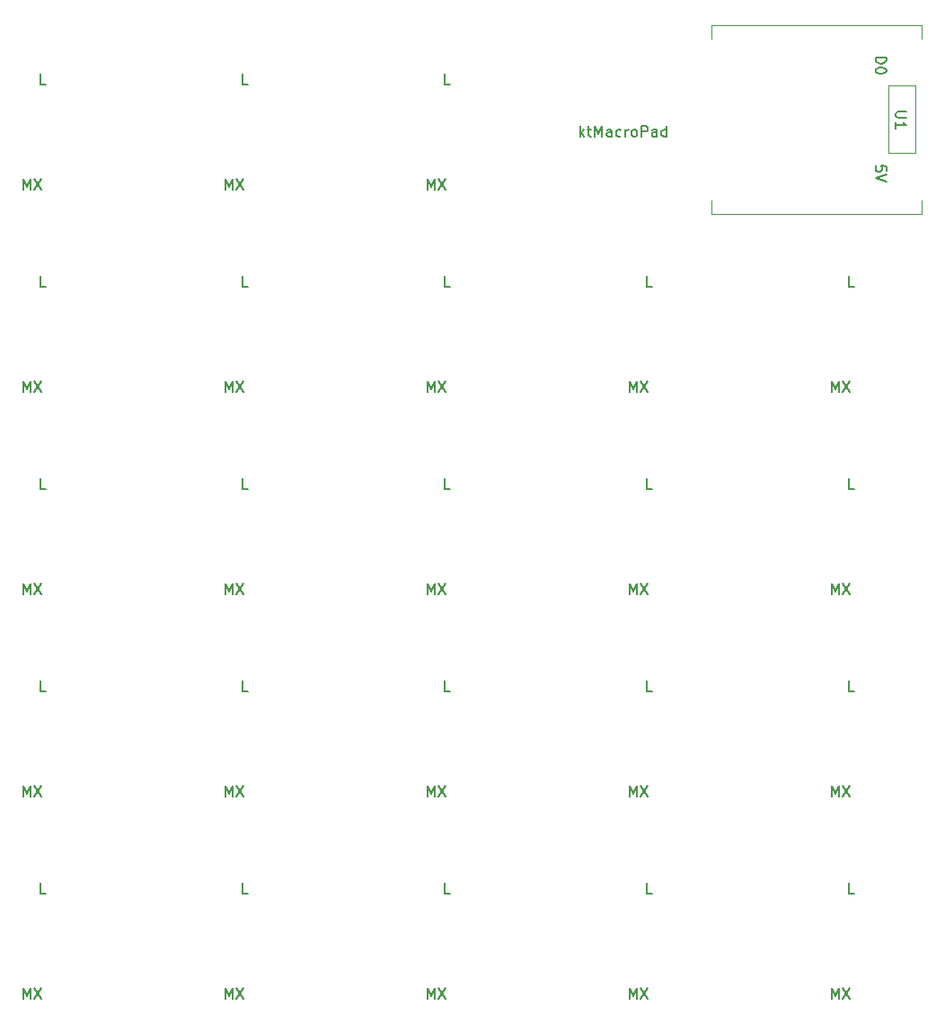
<source format=gto>
%TF.GenerationSoftware,KiCad,Pcbnew,(6.0.11-0)*%
%TF.CreationDate,2025-02-06T17:03:14+09:00*%
%TF.ProjectId,ktMacroPad,6b744d61-6372-46f5-9061-642e6b696361,rev?*%
%TF.SameCoordinates,Original*%
%TF.FileFunction,Legend,Top*%
%TF.FilePolarity,Positive*%
%FSLAX46Y46*%
G04 Gerber Fmt 4.6, Leading zero omitted, Abs format (unit mm)*
G04 Created by KiCad (PCBNEW (6.0.11-0)) date 2025-02-06 17:03:14*
%MOMM*%
%LPD*%
G01*
G04 APERTURE LIST*
%ADD10C,0.150000*%
%ADD11C,0.120000*%
G04 APERTURE END LIST*
D10*
X62603571Y-9977380D02*
X62603571Y-8977380D01*
X62698809Y-9596428D02*
X62984523Y-9977380D01*
X62984523Y-9310714D02*
X62603571Y-9691666D01*
X63270238Y-9310714D02*
X63651190Y-9310714D01*
X63413095Y-8977380D02*
X63413095Y-9834523D01*
X63460714Y-9929761D01*
X63555952Y-9977380D01*
X63651190Y-9977380D01*
X63984523Y-9977380D02*
X63984523Y-8977380D01*
X64317857Y-9691666D01*
X64651190Y-8977380D01*
X64651190Y-9977380D01*
X65555952Y-9977380D02*
X65555952Y-9453571D01*
X65508333Y-9358333D01*
X65413095Y-9310714D01*
X65222619Y-9310714D01*
X65127380Y-9358333D01*
X65555952Y-9929761D02*
X65460714Y-9977380D01*
X65222619Y-9977380D01*
X65127380Y-9929761D01*
X65079761Y-9834523D01*
X65079761Y-9739285D01*
X65127380Y-9644047D01*
X65222619Y-9596428D01*
X65460714Y-9596428D01*
X65555952Y-9548809D01*
X66460714Y-9929761D02*
X66365476Y-9977380D01*
X66174999Y-9977380D01*
X66079761Y-9929761D01*
X66032142Y-9882142D01*
X65984523Y-9786904D01*
X65984523Y-9501190D01*
X66032142Y-9405952D01*
X66079761Y-9358333D01*
X66174999Y-9310714D01*
X66365476Y-9310714D01*
X66460714Y-9358333D01*
X66889285Y-9977380D02*
X66889285Y-9310714D01*
X66889285Y-9501190D02*
X66936904Y-9405952D01*
X66984523Y-9358333D01*
X67079761Y-9310714D01*
X67175000Y-9310714D01*
X67651190Y-9977380D02*
X67555952Y-9929761D01*
X67508333Y-9882142D01*
X67460714Y-9786904D01*
X67460714Y-9501190D01*
X67508333Y-9405952D01*
X67555952Y-9358333D01*
X67651190Y-9310714D01*
X67794047Y-9310714D01*
X67889285Y-9358333D01*
X67936904Y-9405952D01*
X67984523Y-9501190D01*
X67984523Y-9786904D01*
X67936904Y-9882142D01*
X67889285Y-9929761D01*
X67794047Y-9977380D01*
X67651190Y-9977380D01*
X68413095Y-9977380D02*
X68413095Y-8977380D01*
X68794047Y-8977380D01*
X68889285Y-9025000D01*
X68936904Y-9072619D01*
X68984523Y-9167857D01*
X68984523Y-9310714D01*
X68936904Y-9405952D01*
X68889285Y-9453571D01*
X68794047Y-9501190D01*
X68413095Y-9501190D01*
X69841666Y-9977380D02*
X69841666Y-9453571D01*
X69794047Y-9358333D01*
X69698809Y-9310714D01*
X69508333Y-9310714D01*
X69413095Y-9358333D01*
X69841666Y-9929761D02*
X69746428Y-9977380D01*
X69508333Y-9977380D01*
X69413095Y-9929761D01*
X69365476Y-9834523D01*
X69365476Y-9739285D01*
X69413095Y-9644047D01*
X69508333Y-9596428D01*
X69746428Y-9596428D01*
X69841666Y-9548809D01*
X70746428Y-9977380D02*
X70746428Y-8977380D01*
X70746428Y-9929761D02*
X70651190Y-9977380D01*
X70460714Y-9977380D01*
X70365476Y-9929761D01*
X70317857Y-9882142D01*
X70270238Y-9786904D01*
X70270238Y-9501190D01*
X70317857Y-9405952D01*
X70365476Y-9358333D01*
X70460714Y-9310714D01*
X70651190Y-9310714D01*
X70746428Y-9358333D01*
%TO.C,SW25*%
X86315476Y-34027380D02*
X86315476Y-33027380D01*
X86648809Y-33741666D01*
X86982142Y-33027380D01*
X86982142Y-34027380D01*
X87363095Y-33027380D02*
X88029761Y-34027380D01*
X88029761Y-33027380D02*
X87363095Y-34027380D01*
X88434523Y-24127380D02*
X87958333Y-24127380D01*
X87958333Y-23127380D01*
%TO.C,SW23*%
X48215476Y-34027380D02*
X48215476Y-33027380D01*
X48548809Y-33741666D01*
X48882142Y-33027380D01*
X48882142Y-34027380D01*
X49263095Y-33027380D02*
X49929761Y-34027380D01*
X49929761Y-33027380D02*
X49263095Y-34027380D01*
X50334523Y-24127380D02*
X49858333Y-24127380D01*
X49858333Y-23127380D01*
%TO.C,SW31*%
X10115476Y-53077380D02*
X10115476Y-52077380D01*
X10448809Y-52791666D01*
X10782142Y-52077380D01*
X10782142Y-53077380D01*
X11163095Y-52077380D02*
X11829761Y-53077380D01*
X11829761Y-52077380D02*
X11163095Y-53077380D01*
X12234523Y-43177380D02*
X11758333Y-43177380D01*
X11758333Y-42177380D01*
%TO.C,SW41*%
X10115476Y-72127380D02*
X10115476Y-71127380D01*
X10448809Y-71841666D01*
X10782142Y-71127380D01*
X10782142Y-72127380D01*
X11163095Y-71127380D02*
X11829761Y-72127380D01*
X11829761Y-71127380D02*
X11163095Y-72127380D01*
X12234523Y-62227380D02*
X11758333Y-62227380D01*
X11758333Y-61227380D01*
%TO.C,SW51*%
X10115476Y-91177380D02*
X10115476Y-90177380D01*
X10448809Y-90891666D01*
X10782142Y-90177380D01*
X10782142Y-91177380D01*
X11163095Y-90177380D02*
X11829761Y-91177380D01*
X11829761Y-90177380D02*
X11163095Y-91177380D01*
X12234523Y-81277380D02*
X11758333Y-81277380D01*
X11758333Y-80277380D01*
%TO.C,SW11*%
X10115476Y-14977380D02*
X10115476Y-13977380D01*
X10448809Y-14691666D01*
X10782142Y-13977380D01*
X10782142Y-14977380D01*
X11163095Y-13977380D02*
X11829761Y-14977380D01*
X11829761Y-13977380D02*
X11163095Y-14977380D01*
X12234523Y-5077380D02*
X11758333Y-5077380D01*
X11758333Y-4077380D01*
%TO.C,SW54*%
X67265476Y-91177380D02*
X67265476Y-90177380D01*
X67598809Y-90891666D01*
X67932142Y-90177380D01*
X67932142Y-91177380D01*
X68313095Y-90177380D02*
X68979761Y-91177380D01*
X68979761Y-90177380D02*
X68313095Y-91177380D01*
X69384523Y-81277380D02*
X68908333Y-81277380D01*
X68908333Y-80277380D01*
%TO.C,SW53*%
X48215476Y-91177380D02*
X48215476Y-90177380D01*
X48548809Y-90891666D01*
X48882142Y-90177380D01*
X48882142Y-91177380D01*
X49263095Y-90177380D02*
X49929761Y-91177380D01*
X49929761Y-90177380D02*
X49263095Y-91177380D01*
X50334523Y-81277380D02*
X49858333Y-81277380D01*
X49858333Y-80277380D01*
%TO.C,SW35*%
X86315476Y-53077380D02*
X86315476Y-52077380D01*
X86648809Y-52791666D01*
X86982142Y-52077380D01*
X86982142Y-53077380D01*
X87363095Y-52077380D02*
X88029761Y-53077380D01*
X88029761Y-52077380D02*
X87363095Y-53077380D01*
X88434523Y-43177380D02*
X87958333Y-43177380D01*
X87958333Y-42177380D01*
%TO.C,U1*%
X93355119Y-7638095D02*
X92545595Y-7638095D01*
X92450357Y-7685714D01*
X92402738Y-7733333D01*
X92355119Y-7828571D01*
X92355119Y-8019047D01*
X92402738Y-8114285D01*
X92450357Y-8161904D01*
X92545595Y-8209523D01*
X93355119Y-8209523D01*
X92355119Y-9209523D02*
X92355119Y-8638095D01*
X92355119Y-8923809D02*
X93355119Y-8923809D01*
X93212261Y-8828571D01*
X93117023Y-8733333D01*
X93069404Y-8638095D01*
X90445119Y-2519404D02*
X91445119Y-2519404D01*
X91445119Y-2757500D01*
X91397500Y-2900357D01*
X91302261Y-2995595D01*
X91207023Y-3043214D01*
X91016547Y-3090833D01*
X90873690Y-3090833D01*
X90683214Y-3043214D01*
X90587976Y-2995595D01*
X90492738Y-2900357D01*
X90445119Y-2757500D01*
X90445119Y-2519404D01*
X91445119Y-3709880D02*
X91445119Y-3805119D01*
X91397500Y-3900357D01*
X91349880Y-3947976D01*
X91254642Y-3995595D01*
X91064166Y-4043214D01*
X90826071Y-4043214D01*
X90635595Y-3995595D01*
X90540357Y-3947976D01*
X90492738Y-3900357D01*
X90445119Y-3805119D01*
X90445119Y-3709880D01*
X90492738Y-3614642D01*
X90540357Y-3567023D01*
X90635595Y-3519404D01*
X90826071Y-3471785D01*
X91064166Y-3471785D01*
X91254642Y-3519404D01*
X91349880Y-3567023D01*
X91397500Y-3614642D01*
X91445119Y-3709880D01*
X91445119Y-13227023D02*
X91445119Y-12750833D01*
X90968928Y-12703214D01*
X91016547Y-12750833D01*
X91064166Y-12846071D01*
X91064166Y-13084166D01*
X91016547Y-13179404D01*
X90968928Y-13227023D01*
X90873690Y-13274642D01*
X90635595Y-13274642D01*
X90540357Y-13227023D01*
X90492738Y-13179404D01*
X90445119Y-13084166D01*
X90445119Y-12846071D01*
X90492738Y-12750833D01*
X90540357Y-12703214D01*
X91445119Y-13560357D02*
X90445119Y-13893690D01*
X91445119Y-14227023D01*
%TO.C,SW12*%
X29165476Y-14977380D02*
X29165476Y-13977380D01*
X29498809Y-14691666D01*
X29832142Y-13977380D01*
X29832142Y-14977380D01*
X30213095Y-13977380D02*
X30879761Y-14977380D01*
X30879761Y-13977380D02*
X30213095Y-14977380D01*
X31284523Y-5077380D02*
X30808333Y-5077380D01*
X30808333Y-4077380D01*
%TO.C,SW21*%
X10115476Y-34027380D02*
X10115476Y-33027380D01*
X10448809Y-33741666D01*
X10782142Y-33027380D01*
X10782142Y-34027380D01*
X11163095Y-33027380D02*
X11829761Y-34027380D01*
X11829761Y-33027380D02*
X11163095Y-34027380D01*
X12234523Y-24127380D02*
X11758333Y-24127380D01*
X11758333Y-23127380D01*
%TO.C,SW42*%
X29165476Y-72127380D02*
X29165476Y-71127380D01*
X29498809Y-71841666D01*
X29832142Y-71127380D01*
X29832142Y-72127380D01*
X30213095Y-71127380D02*
X30879761Y-72127380D01*
X30879761Y-71127380D02*
X30213095Y-72127380D01*
X31284523Y-62227380D02*
X30808333Y-62227380D01*
X30808333Y-61227380D01*
%TO.C,SW32*%
X29165476Y-53077380D02*
X29165476Y-52077380D01*
X29498809Y-52791666D01*
X29832142Y-52077380D01*
X29832142Y-53077380D01*
X30213095Y-52077380D02*
X30879761Y-53077380D01*
X30879761Y-52077380D02*
X30213095Y-53077380D01*
X31284523Y-43177380D02*
X30808333Y-43177380D01*
X30808333Y-42177380D01*
%TO.C,SW13*%
X48215476Y-14977380D02*
X48215476Y-13977380D01*
X48548809Y-14691666D01*
X48882142Y-13977380D01*
X48882142Y-14977380D01*
X49263095Y-13977380D02*
X49929761Y-14977380D01*
X49929761Y-13977380D02*
X49263095Y-14977380D01*
X50334523Y-5077380D02*
X49858333Y-5077380D01*
X49858333Y-4077380D01*
%TO.C,SW33*%
X48215476Y-53077380D02*
X48215476Y-52077380D01*
X48548809Y-52791666D01*
X48882142Y-52077380D01*
X48882142Y-53077380D01*
X49263095Y-52077380D02*
X49929761Y-53077380D01*
X49929761Y-52077380D02*
X49263095Y-53077380D01*
X50334523Y-43177380D02*
X49858333Y-43177380D01*
X49858333Y-42177380D01*
%TO.C,SW24*%
X67265476Y-34027380D02*
X67265476Y-33027380D01*
X67598809Y-33741666D01*
X67932142Y-33027380D01*
X67932142Y-34027380D01*
X68313095Y-33027380D02*
X68979761Y-34027380D01*
X68979761Y-33027380D02*
X68313095Y-34027380D01*
X69384523Y-24127380D02*
X68908333Y-24127380D01*
X68908333Y-23127380D01*
%TO.C,SW55*%
X86315476Y-91177380D02*
X86315476Y-90177380D01*
X86648809Y-90891666D01*
X86982142Y-90177380D01*
X86982142Y-91177380D01*
X87363095Y-90177380D02*
X88029761Y-91177380D01*
X88029761Y-90177380D02*
X87363095Y-91177380D01*
X88434523Y-81277380D02*
X87958333Y-81277380D01*
X87958333Y-80277380D01*
%TO.C,SW22*%
X29165476Y-34027380D02*
X29165476Y-33027380D01*
X29498809Y-33741666D01*
X29832142Y-33027380D01*
X29832142Y-34027380D01*
X30213095Y-33027380D02*
X30879761Y-34027380D01*
X30879761Y-33027380D02*
X30213095Y-34027380D01*
X31284523Y-24127380D02*
X30808333Y-24127380D01*
X30808333Y-23127380D01*
%TO.C,SW44*%
X67265476Y-72127380D02*
X67265476Y-71127380D01*
X67598809Y-71841666D01*
X67932142Y-71127380D01*
X67932142Y-72127380D01*
X68313095Y-71127380D02*
X68979761Y-72127380D01*
X68979761Y-71127380D02*
X68313095Y-72127380D01*
X69384523Y-62227380D02*
X68908333Y-62227380D01*
X68908333Y-61227380D01*
%TO.C,SW43*%
X48215476Y-72127380D02*
X48215476Y-71127380D01*
X48548809Y-71841666D01*
X48882142Y-71127380D01*
X48882142Y-72127380D01*
X49263095Y-71127380D02*
X49929761Y-72127380D01*
X49929761Y-71127380D02*
X49263095Y-72127380D01*
X50334523Y-62227380D02*
X49858333Y-62227380D01*
X49858333Y-61227380D01*
%TO.C,SW52*%
X29165476Y-91177380D02*
X29165476Y-90177380D01*
X29498809Y-90891666D01*
X29832142Y-90177380D01*
X29832142Y-91177380D01*
X30213095Y-90177380D02*
X30879761Y-91177380D01*
X30879761Y-90177380D02*
X30213095Y-91177380D01*
X31284523Y-81277380D02*
X30808333Y-81277380D01*
X30808333Y-80277380D01*
%TO.C,SW34*%
X67265476Y-53077380D02*
X67265476Y-52077380D01*
X67598809Y-52791666D01*
X67932142Y-52077380D01*
X67932142Y-53077380D01*
X68313095Y-52077380D02*
X68979761Y-53077380D01*
X68979761Y-52077380D02*
X68313095Y-53077380D01*
X69384523Y-43177380D02*
X68908333Y-43177380D01*
X68908333Y-42177380D01*
%TO.C,SW45*%
X86315476Y-72127380D02*
X86315476Y-71127380D01*
X86648809Y-71841666D01*
X86982142Y-71127380D01*
X86982142Y-72127380D01*
X87363095Y-71127380D02*
X88029761Y-72127380D01*
X88029761Y-71127380D02*
X87363095Y-72127380D01*
X88434523Y-62227380D02*
X87958333Y-62227380D01*
X87958333Y-61227380D01*
D11*
%TO.C,U1*%
X94795000Y-717500D02*
X94795000Y552500D01*
X74940000Y-17227500D02*
X74940000Y-15957500D01*
X94795000Y-15957500D02*
X94795000Y-17227500D01*
X94795000Y552500D02*
X74940000Y552500D01*
X94795000Y-17227500D02*
X74940000Y-17227500D01*
X74940000Y552500D02*
X74940000Y-717500D01*
X94160000Y-5162500D02*
X91620000Y-5162500D01*
X91620000Y-5162500D02*
X91620000Y-11512500D01*
X91620000Y-11512500D02*
X94160000Y-11512500D01*
X94160000Y-11512500D02*
X94160000Y-5162500D01*
%TD*%
M02*

</source>
